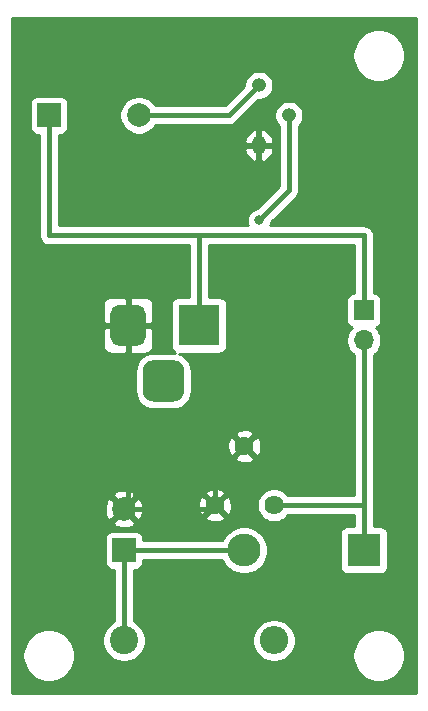
<source format=gbr>
%TF.GenerationSoftware,KiCad,Pcbnew,(5.1.9)-1*%
%TF.CreationDate,2021-02-15T18:03:07+09:00*%
%TF.ProjectId,test3_testProject,74657374-335f-4746-9573-7450726f6a65,rev?*%
%TF.SameCoordinates,Original*%
%TF.FileFunction,Copper,L2,Bot*%
%TF.FilePolarity,Positive*%
%FSLAX46Y46*%
G04 Gerber Fmt 4.6, Leading zero omitted, Abs format (unit mm)*
G04 Created by KiCad (PCBNEW (5.1.9)-1) date 2021-02-15 18:03:07*
%MOMM*%
%LPD*%
G01*
G04 APERTURE LIST*
%TA.AperFunction,ComponentPad*%
%ADD10R,2.000000X2.000000*%
%TD*%
%TA.AperFunction,ComponentPad*%
%ADD11C,2.000000*%
%TD*%
%TA.AperFunction,ComponentPad*%
%ADD12R,2.800000X2.800000*%
%TD*%
%TA.AperFunction,ComponentPad*%
%ADD13O,2.800000X2.800000*%
%TD*%
%TA.AperFunction,ComponentPad*%
%ADD14R,3.500000X3.500000*%
%TD*%
%TA.AperFunction,ComponentPad*%
%ADD15O,1.200000X1.600000*%
%TD*%
%TA.AperFunction,ComponentPad*%
%ADD16O,1.200000X1.200000*%
%TD*%
%TA.AperFunction,ComponentPad*%
%ADD17C,2.400000*%
%TD*%
%TA.AperFunction,ComponentPad*%
%ADD18O,2.400000X2.400000*%
%TD*%
%TA.AperFunction,ComponentPad*%
%ADD19C,1.620000*%
%TD*%
%TA.AperFunction,ComponentPad*%
%ADD20R,1.700000X1.700000*%
%TD*%
%TA.AperFunction,ComponentPad*%
%ADD21O,1.700000X1.700000*%
%TD*%
%TA.AperFunction,ViaPad*%
%ADD22C,0.800000*%
%TD*%
%TA.AperFunction,Conductor*%
%ADD23C,0.400000*%
%TD*%
%TA.AperFunction,Conductor*%
%ADD24C,0.254000*%
%TD*%
%TA.AperFunction,Conductor*%
%ADD25C,0.100000*%
%TD*%
G04 APERTURE END LIST*
D10*
%TO.P,BZ1,1*%
%TO.N,Net-(BZ1-Pad1)*%
X127000000Y-41910000D03*
D11*
%TO.P,BZ1,2*%
%TO.N,Net-(BZ1-Pad2)*%
X134600000Y-41910000D03*
%TD*%
D10*
%TO.P,C1,1*%
%TO.N,Net-(C1-Pad1)*%
X133350000Y-78740000D03*
D11*
%TO.P,C1,2*%
%TO.N,Net-(C1-Pad2)*%
X133350000Y-75240000D03*
%TD*%
D12*
%TO.P,D1,1*%
%TO.N,Net-(D1-Pad1)*%
X153670000Y-78740000D03*
D13*
%TO.P,D1,2*%
%TO.N,Net-(C1-Pad1)*%
X143510000Y-78740000D03*
%TD*%
D14*
%TO.P,J1,1*%
%TO.N,Net-(BZ1-Pad1)*%
X139700000Y-59690000D03*
%TO.P,J1,2*%
%TO.N,Net-(C1-Pad2)*%
%TA.AperFunction,ComponentPad*%
G36*
G01*
X132200000Y-60690000D02*
X132200000Y-58690000D01*
G75*
G02*
X132950000Y-57940000I750000J0D01*
G01*
X134450000Y-57940000D01*
G75*
G02*
X135200000Y-58690000I0J-750000D01*
G01*
X135200000Y-60690000D01*
G75*
G02*
X134450000Y-61440000I-750000J0D01*
G01*
X132950000Y-61440000D01*
G75*
G02*
X132200000Y-60690000I0J750000D01*
G01*
G37*
%TD.AperFunction*%
%TO.P,J1,3*%
%TO.N,Net-(J1-Pad3)*%
%TA.AperFunction,ComponentPad*%
G36*
G01*
X134950000Y-65265000D02*
X134950000Y-63515000D01*
G75*
G02*
X135825000Y-62640000I875000J0D01*
G01*
X137575000Y-62640000D01*
G75*
G02*
X138450000Y-63515000I0J-875000D01*
G01*
X138450000Y-65265000D01*
G75*
G02*
X137575000Y-66140000I-875000J0D01*
G01*
X135825000Y-66140000D01*
G75*
G02*
X134950000Y-65265000I0J875000D01*
G01*
G37*
%TD.AperFunction*%
%TD*%
D15*
%TO.P,Q1,1*%
%TO.N,Net-(C1-Pad2)*%
X144780000Y-44450000D03*
D16*
%TO.P,Q1,2*%
%TO.N,Net-(Q1-Pad2)*%
X147320000Y-41910000D03*
%TO.P,Q1,3*%
%TO.N,Net-(BZ1-Pad2)*%
X144780000Y-39370000D03*
%TD*%
D17*
%TO.P,R1,1*%
%TO.N,Net-(C1-Pad1)*%
X133350000Y-86360000D03*
D18*
%TO.P,R1,2*%
%TO.N,Net-(Q1-Pad2)*%
X146050000Y-86360000D03*
%TD*%
D19*
%TO.P,RV1,3*%
%TO.N,Net-(C1-Pad2)*%
X141050000Y-74930000D03*
%TO.P,RV1,2*%
X143550000Y-69930000D03*
%TO.P,RV1,1*%
%TO.N,Net-(D1-Pad1)*%
X146050000Y-74930000D03*
%TD*%
D20*
%TO.P,TH1,1*%
%TO.N,Net-(BZ1-Pad1)*%
X153670000Y-58420000D03*
D21*
%TO.P,TH1,2*%
%TO.N,Net-(D1-Pad1)*%
X153670000Y-60960000D03*
%TD*%
D22*
%TO.N,Net-(Q1-Pad2)*%
X144780000Y-50800000D03*
%TD*%
D23*
%TO.N,Net-(BZ1-Pad1)*%
X139700000Y-52070000D02*
X139700000Y-59690000D01*
X139700000Y-52070000D02*
X153670000Y-52070000D01*
X153670000Y-52070000D02*
X153670000Y-58420000D01*
X127000000Y-41910000D02*
X127000000Y-52070000D01*
X127000000Y-52070000D02*
X139700000Y-52070000D01*
%TO.N,Net-(BZ1-Pad2)*%
X142240000Y-41910000D02*
X144780000Y-39370000D01*
X134600000Y-41910000D02*
X142240000Y-41910000D01*
%TO.N,Net-(C1-Pad1)*%
X133350000Y-86360000D02*
X133350000Y-78740000D01*
X133350000Y-78740000D02*
X143510000Y-78740000D01*
%TO.N,Net-(C1-Pad2)*%
X133700000Y-74890000D02*
X133350000Y-75240000D01*
X133700000Y-59690000D02*
X133700000Y-74890000D01*
X140740000Y-75240000D02*
X141050000Y-74930000D01*
X133350000Y-75240000D02*
X140740000Y-75240000D01*
X141050000Y-72430000D02*
X143550000Y-69930000D01*
X141050000Y-74930000D02*
X141050000Y-72430000D01*
%TO.N,Net-(D1-Pad1)*%
X146050000Y-74930000D02*
X153670000Y-74930000D01*
X153670000Y-74930000D02*
X153670000Y-78740000D01*
X153670000Y-60960000D02*
X153670000Y-74930000D01*
%TO.N,Net-(Q1-Pad2)*%
X147320000Y-48260000D02*
X144780000Y-50800000D01*
X147320000Y-41910000D02*
X147320000Y-48260000D01*
%TD*%
D24*
%TO.N,Net-(C1-Pad2)*%
X158090001Y-90780000D02*
X123850000Y-90780000D01*
X123850000Y-87409872D01*
X124765000Y-87409872D01*
X124765000Y-87850128D01*
X124850890Y-88281925D01*
X125019369Y-88688669D01*
X125263962Y-89054729D01*
X125575271Y-89366038D01*
X125941331Y-89610631D01*
X126348075Y-89779110D01*
X126779872Y-89865000D01*
X127220128Y-89865000D01*
X127651925Y-89779110D01*
X128058669Y-89610631D01*
X128424729Y-89366038D01*
X128736038Y-89054729D01*
X128980631Y-88688669D01*
X129149110Y-88281925D01*
X129235000Y-87850128D01*
X129235000Y-87409872D01*
X129149110Y-86978075D01*
X128980631Y-86571331D01*
X128736038Y-86205271D01*
X128710035Y-86179268D01*
X131515000Y-86179268D01*
X131515000Y-86540732D01*
X131585518Y-86895250D01*
X131723844Y-87229199D01*
X131924662Y-87529744D01*
X132180256Y-87785338D01*
X132480801Y-87986156D01*
X132814750Y-88124482D01*
X133169268Y-88195000D01*
X133530732Y-88195000D01*
X133885250Y-88124482D01*
X134219199Y-87986156D01*
X134519744Y-87785338D01*
X134775338Y-87529744D01*
X134976156Y-87229199D01*
X135114482Y-86895250D01*
X135185000Y-86540732D01*
X135185000Y-86179268D01*
X144215000Y-86179268D01*
X144215000Y-86540732D01*
X144285518Y-86895250D01*
X144423844Y-87229199D01*
X144624662Y-87529744D01*
X144880256Y-87785338D01*
X145180801Y-87986156D01*
X145514750Y-88124482D01*
X145869268Y-88195000D01*
X146230732Y-88195000D01*
X146585250Y-88124482D01*
X146919199Y-87986156D01*
X147219744Y-87785338D01*
X147475338Y-87529744D01*
X147555434Y-87409872D01*
X152705000Y-87409872D01*
X152705000Y-87850128D01*
X152790890Y-88281925D01*
X152959369Y-88688669D01*
X153203962Y-89054729D01*
X153515271Y-89366038D01*
X153881331Y-89610631D01*
X154288075Y-89779110D01*
X154719872Y-89865000D01*
X155160128Y-89865000D01*
X155591925Y-89779110D01*
X155998669Y-89610631D01*
X156364729Y-89366038D01*
X156676038Y-89054729D01*
X156920631Y-88688669D01*
X157089110Y-88281925D01*
X157175000Y-87850128D01*
X157175000Y-87409872D01*
X157089110Y-86978075D01*
X156920631Y-86571331D01*
X156676038Y-86205271D01*
X156364729Y-85893962D01*
X155998669Y-85649369D01*
X155591925Y-85480890D01*
X155160128Y-85395000D01*
X154719872Y-85395000D01*
X154288075Y-85480890D01*
X153881331Y-85649369D01*
X153515271Y-85893962D01*
X153203962Y-86205271D01*
X152959369Y-86571331D01*
X152790890Y-86978075D01*
X152705000Y-87409872D01*
X147555434Y-87409872D01*
X147676156Y-87229199D01*
X147814482Y-86895250D01*
X147885000Y-86540732D01*
X147885000Y-86179268D01*
X147814482Y-85824750D01*
X147676156Y-85490801D01*
X147475338Y-85190256D01*
X147219744Y-84934662D01*
X146919199Y-84733844D01*
X146585250Y-84595518D01*
X146230732Y-84525000D01*
X145869268Y-84525000D01*
X145514750Y-84595518D01*
X145180801Y-84733844D01*
X144880256Y-84934662D01*
X144624662Y-85190256D01*
X144423844Y-85490801D01*
X144285518Y-85824750D01*
X144215000Y-86179268D01*
X135185000Y-86179268D01*
X135114482Y-85824750D01*
X134976156Y-85490801D01*
X134775338Y-85190256D01*
X134519744Y-84934662D01*
X134219199Y-84733844D01*
X134185000Y-84719678D01*
X134185000Y-80378072D01*
X134350000Y-80378072D01*
X134474482Y-80365812D01*
X134594180Y-80329502D01*
X134704494Y-80270537D01*
X134801185Y-80191185D01*
X134880537Y-80094494D01*
X134939502Y-79984180D01*
X134975812Y-79864482D01*
X134988072Y-79740000D01*
X134988072Y-79575000D01*
X141653201Y-79575000D01*
X141706607Y-79703934D01*
X141929313Y-80037237D01*
X142212763Y-80320687D01*
X142546066Y-80543393D01*
X142916413Y-80696796D01*
X143309570Y-80775000D01*
X143710430Y-80775000D01*
X144103587Y-80696796D01*
X144473934Y-80543393D01*
X144807237Y-80320687D01*
X145090687Y-80037237D01*
X145313393Y-79703934D01*
X145466796Y-79333587D01*
X145545000Y-78940430D01*
X145545000Y-78539570D01*
X145466796Y-78146413D01*
X145313393Y-77776066D01*
X145090687Y-77442763D01*
X144807237Y-77159313D01*
X144473934Y-76936607D01*
X144103587Y-76783204D01*
X143710430Y-76705000D01*
X143309570Y-76705000D01*
X142916413Y-76783204D01*
X142546066Y-76936607D01*
X142212763Y-77159313D01*
X141929313Y-77442763D01*
X141706607Y-77776066D01*
X141653201Y-77905000D01*
X134988072Y-77905000D01*
X134988072Y-77740000D01*
X134975812Y-77615518D01*
X134939502Y-77495820D01*
X134880537Y-77385506D01*
X134801185Y-77288815D01*
X134704494Y-77209463D01*
X134594180Y-77150498D01*
X134474482Y-77114188D01*
X134350000Y-77101928D01*
X132350000Y-77101928D01*
X132225518Y-77114188D01*
X132105820Y-77150498D01*
X131995506Y-77209463D01*
X131898815Y-77288815D01*
X131819463Y-77385506D01*
X131760498Y-77495820D01*
X131724188Y-77615518D01*
X131711928Y-77740000D01*
X131711928Y-79740000D01*
X131724188Y-79864482D01*
X131760498Y-79984180D01*
X131819463Y-80094494D01*
X131898815Y-80191185D01*
X131995506Y-80270537D01*
X132105820Y-80329502D01*
X132225518Y-80365812D01*
X132350000Y-80378072D01*
X132515001Y-80378072D01*
X132515000Y-84719678D01*
X132480801Y-84733844D01*
X132180256Y-84934662D01*
X131924662Y-85190256D01*
X131723844Y-85490801D01*
X131585518Y-85824750D01*
X131515000Y-86179268D01*
X128710035Y-86179268D01*
X128424729Y-85893962D01*
X128058669Y-85649369D01*
X127651925Y-85480890D01*
X127220128Y-85395000D01*
X126779872Y-85395000D01*
X126348075Y-85480890D01*
X125941331Y-85649369D01*
X125575271Y-85893962D01*
X125263962Y-86205271D01*
X125019369Y-86571331D01*
X124850890Y-86978075D01*
X124765000Y-87409872D01*
X123850000Y-87409872D01*
X123850000Y-76375413D01*
X132394192Y-76375413D01*
X132489956Y-76639814D01*
X132779571Y-76780704D01*
X133091108Y-76862384D01*
X133412595Y-76881718D01*
X133731675Y-76837961D01*
X134036088Y-76732795D01*
X134210044Y-76639814D01*
X134305808Y-76375413D01*
X133350000Y-75419605D01*
X132394192Y-76375413D01*
X123850000Y-76375413D01*
X123850000Y-75302595D01*
X131708282Y-75302595D01*
X131752039Y-75621675D01*
X131857205Y-75926088D01*
X131950186Y-76100044D01*
X132214587Y-76195808D01*
X133170395Y-75240000D01*
X133529605Y-75240000D01*
X134485413Y-76195808D01*
X134749814Y-76100044D01*
X134832612Y-75929843D01*
X140229762Y-75929843D01*
X140302556Y-76174832D01*
X140559773Y-76296733D01*
X140835829Y-76366110D01*
X141120115Y-76380298D01*
X141401706Y-76338752D01*
X141669783Y-76243068D01*
X141797444Y-76174832D01*
X141870238Y-75929843D01*
X141050000Y-75109605D01*
X140229762Y-75929843D01*
X134832612Y-75929843D01*
X134890704Y-75810429D01*
X134972384Y-75498892D01*
X134991718Y-75177405D01*
X134967406Y-75000115D01*
X139599702Y-75000115D01*
X139641248Y-75281706D01*
X139736932Y-75549783D01*
X139805168Y-75677444D01*
X140050157Y-75750238D01*
X140870395Y-74930000D01*
X141229605Y-74930000D01*
X142049843Y-75750238D01*
X142294832Y-75677444D01*
X142416733Y-75420227D01*
X142486110Y-75144171D01*
X142500298Y-74859885D01*
X142458752Y-74578294D01*
X142363068Y-74310217D01*
X142294832Y-74182556D01*
X142049843Y-74109762D01*
X141229605Y-74930000D01*
X140870395Y-74930000D01*
X140050157Y-74109762D01*
X139805168Y-74182556D01*
X139683267Y-74439773D01*
X139613890Y-74715829D01*
X139599702Y-75000115D01*
X134967406Y-75000115D01*
X134947961Y-74858325D01*
X134842795Y-74553912D01*
X134749814Y-74379956D01*
X134485413Y-74284192D01*
X133529605Y-75240000D01*
X133170395Y-75240000D01*
X132214587Y-74284192D01*
X131950186Y-74379956D01*
X131809296Y-74669571D01*
X131727616Y-74981108D01*
X131708282Y-75302595D01*
X123850000Y-75302595D01*
X123850000Y-74104587D01*
X132394192Y-74104587D01*
X133350000Y-75060395D01*
X134305808Y-74104587D01*
X134242631Y-73930157D01*
X140229762Y-73930157D01*
X141050000Y-74750395D01*
X141870238Y-73930157D01*
X141797444Y-73685168D01*
X141540227Y-73563267D01*
X141264171Y-73493890D01*
X140979885Y-73479702D01*
X140698294Y-73521248D01*
X140430217Y-73616932D01*
X140302556Y-73685168D01*
X140229762Y-73930157D01*
X134242631Y-73930157D01*
X134210044Y-73840186D01*
X133920429Y-73699296D01*
X133608892Y-73617616D01*
X133287405Y-73598282D01*
X132968325Y-73642039D01*
X132663912Y-73747205D01*
X132489956Y-73840186D01*
X132394192Y-74104587D01*
X123850000Y-74104587D01*
X123850000Y-70929843D01*
X142729762Y-70929843D01*
X142802556Y-71174832D01*
X143059773Y-71296733D01*
X143335829Y-71366110D01*
X143620115Y-71380298D01*
X143901706Y-71338752D01*
X144169783Y-71243068D01*
X144297444Y-71174832D01*
X144370238Y-70929843D01*
X143550000Y-70109605D01*
X142729762Y-70929843D01*
X123850000Y-70929843D01*
X123850000Y-70000115D01*
X142099702Y-70000115D01*
X142141248Y-70281706D01*
X142236932Y-70549783D01*
X142305168Y-70677444D01*
X142550157Y-70750238D01*
X143370395Y-69930000D01*
X143729605Y-69930000D01*
X144549843Y-70750238D01*
X144794832Y-70677444D01*
X144916733Y-70420227D01*
X144986110Y-70144171D01*
X145000298Y-69859885D01*
X144958752Y-69578294D01*
X144863068Y-69310217D01*
X144794832Y-69182556D01*
X144549843Y-69109762D01*
X143729605Y-69930000D01*
X143370395Y-69930000D01*
X142550157Y-69109762D01*
X142305168Y-69182556D01*
X142183267Y-69439773D01*
X142113890Y-69715829D01*
X142099702Y-70000115D01*
X123850000Y-70000115D01*
X123850000Y-68930157D01*
X142729762Y-68930157D01*
X143550000Y-69750395D01*
X144370238Y-68930157D01*
X144297444Y-68685168D01*
X144040227Y-68563267D01*
X143764171Y-68493890D01*
X143479885Y-68479702D01*
X143198294Y-68521248D01*
X142930217Y-68616932D01*
X142802556Y-68685168D01*
X142729762Y-68930157D01*
X123850000Y-68930157D01*
X123850000Y-61440000D01*
X131561928Y-61440000D01*
X131574188Y-61564482D01*
X131610498Y-61684180D01*
X131669463Y-61794494D01*
X131748815Y-61891185D01*
X131845506Y-61970537D01*
X131955820Y-62029502D01*
X132075518Y-62065812D01*
X132200000Y-62078072D01*
X133414250Y-62075000D01*
X133573000Y-61916250D01*
X133573000Y-59817000D01*
X133827000Y-59817000D01*
X133827000Y-61916250D01*
X133985750Y-62075000D01*
X135200000Y-62078072D01*
X135324482Y-62065812D01*
X135444180Y-62029502D01*
X135554494Y-61970537D01*
X135651185Y-61891185D01*
X135730537Y-61794494D01*
X135789502Y-61684180D01*
X135825812Y-61564482D01*
X135838072Y-61440000D01*
X135835000Y-59975750D01*
X135676250Y-59817000D01*
X133827000Y-59817000D01*
X133573000Y-59817000D01*
X131723750Y-59817000D01*
X131565000Y-59975750D01*
X131561928Y-61440000D01*
X123850000Y-61440000D01*
X123850000Y-57940000D01*
X131561928Y-57940000D01*
X131565000Y-59404250D01*
X131723750Y-59563000D01*
X133573000Y-59563000D01*
X133573000Y-57463750D01*
X133827000Y-57463750D01*
X133827000Y-59563000D01*
X135676250Y-59563000D01*
X135835000Y-59404250D01*
X135838072Y-57940000D01*
X135825812Y-57815518D01*
X135789502Y-57695820D01*
X135730537Y-57585506D01*
X135651185Y-57488815D01*
X135554494Y-57409463D01*
X135444180Y-57350498D01*
X135324482Y-57314188D01*
X135200000Y-57301928D01*
X133985750Y-57305000D01*
X133827000Y-57463750D01*
X133573000Y-57463750D01*
X133414250Y-57305000D01*
X132200000Y-57301928D01*
X132075518Y-57314188D01*
X131955820Y-57350498D01*
X131845506Y-57409463D01*
X131748815Y-57488815D01*
X131669463Y-57585506D01*
X131610498Y-57695820D01*
X131574188Y-57815518D01*
X131561928Y-57940000D01*
X123850000Y-57940000D01*
X123850000Y-40910000D01*
X125361928Y-40910000D01*
X125361928Y-42910000D01*
X125374188Y-43034482D01*
X125410498Y-43154180D01*
X125469463Y-43264494D01*
X125548815Y-43361185D01*
X125645506Y-43440537D01*
X125755820Y-43499502D01*
X125875518Y-43535812D01*
X126000000Y-43548072D01*
X126165000Y-43548072D01*
X126165001Y-52028971D01*
X126160960Y-52070000D01*
X126177082Y-52233689D01*
X126224828Y-52391087D01*
X126302364Y-52536146D01*
X126406709Y-52663291D01*
X126533854Y-52767636D01*
X126678913Y-52845172D01*
X126836311Y-52892918D01*
X126958981Y-52905000D01*
X126958982Y-52905000D01*
X127000000Y-52909040D01*
X127041019Y-52905000D01*
X138865000Y-52905000D01*
X138865001Y-57301928D01*
X137950000Y-57301928D01*
X137825518Y-57314188D01*
X137705820Y-57350498D01*
X137595506Y-57409463D01*
X137498815Y-57488815D01*
X137419463Y-57585506D01*
X137360498Y-57695820D01*
X137324188Y-57815518D01*
X137311928Y-57940000D01*
X137311928Y-61440000D01*
X137324188Y-61564482D01*
X137360498Y-61684180D01*
X137419463Y-61794494D01*
X137498815Y-61891185D01*
X137595506Y-61970537D01*
X137672131Y-62011494D01*
X137575000Y-62001928D01*
X135825000Y-62001928D01*
X135529814Y-62031001D01*
X135245972Y-62117104D01*
X134984382Y-62256927D01*
X134755097Y-62445097D01*
X134566927Y-62674382D01*
X134427104Y-62935972D01*
X134341001Y-63219814D01*
X134311928Y-63515000D01*
X134311928Y-65265000D01*
X134341001Y-65560186D01*
X134427104Y-65844028D01*
X134566927Y-66105618D01*
X134755097Y-66334903D01*
X134984382Y-66523073D01*
X135245972Y-66662896D01*
X135529814Y-66748999D01*
X135825000Y-66778072D01*
X137575000Y-66778072D01*
X137870186Y-66748999D01*
X138154028Y-66662896D01*
X138415618Y-66523073D01*
X138644903Y-66334903D01*
X138833073Y-66105618D01*
X138972896Y-65844028D01*
X139058999Y-65560186D01*
X139088072Y-65265000D01*
X139088072Y-63515000D01*
X139058999Y-63219814D01*
X138972896Y-62935972D01*
X138833073Y-62674382D01*
X138644903Y-62445097D01*
X138415618Y-62256927D01*
X138154028Y-62117104D01*
X138025357Y-62078072D01*
X141450000Y-62078072D01*
X141574482Y-62065812D01*
X141694180Y-62029502D01*
X141804494Y-61970537D01*
X141901185Y-61891185D01*
X141980537Y-61794494D01*
X142039502Y-61684180D01*
X142075812Y-61564482D01*
X142088072Y-61440000D01*
X142088072Y-57940000D01*
X142075812Y-57815518D01*
X142039502Y-57695820D01*
X141980537Y-57585506D01*
X141901185Y-57488815D01*
X141804494Y-57409463D01*
X141694180Y-57350498D01*
X141574482Y-57314188D01*
X141450000Y-57301928D01*
X140535000Y-57301928D01*
X140535000Y-52905000D01*
X152835000Y-52905000D01*
X152835001Y-56931928D01*
X152820000Y-56931928D01*
X152695518Y-56944188D01*
X152575820Y-56980498D01*
X152465506Y-57039463D01*
X152368815Y-57118815D01*
X152289463Y-57215506D01*
X152230498Y-57325820D01*
X152194188Y-57445518D01*
X152181928Y-57570000D01*
X152181928Y-59270000D01*
X152194188Y-59394482D01*
X152230498Y-59514180D01*
X152289463Y-59624494D01*
X152368815Y-59721185D01*
X152465506Y-59800537D01*
X152575820Y-59859502D01*
X152648380Y-59881513D01*
X152516525Y-60013368D01*
X152354010Y-60256589D01*
X152242068Y-60526842D01*
X152185000Y-60813740D01*
X152185000Y-61106260D01*
X152242068Y-61393158D01*
X152354010Y-61663411D01*
X152516525Y-61906632D01*
X152723368Y-62113475D01*
X152835000Y-62188065D01*
X152835001Y-74095000D01*
X147229958Y-74095000D01*
X147172405Y-74008866D01*
X146971134Y-73807595D01*
X146734464Y-73649457D01*
X146471491Y-73540530D01*
X146192320Y-73485000D01*
X145907680Y-73485000D01*
X145628509Y-73540530D01*
X145365536Y-73649457D01*
X145128866Y-73807595D01*
X144927595Y-74008866D01*
X144769457Y-74245536D01*
X144660530Y-74508509D01*
X144605000Y-74787680D01*
X144605000Y-75072320D01*
X144660530Y-75351491D01*
X144769457Y-75614464D01*
X144927595Y-75851134D01*
X145128866Y-76052405D01*
X145365536Y-76210543D01*
X145628509Y-76319470D01*
X145907680Y-76375000D01*
X146192320Y-76375000D01*
X146471491Y-76319470D01*
X146734464Y-76210543D01*
X146971134Y-76052405D01*
X147172405Y-75851134D01*
X147229958Y-75765000D01*
X152835000Y-75765000D01*
X152835000Y-76701928D01*
X152270000Y-76701928D01*
X152145518Y-76714188D01*
X152025820Y-76750498D01*
X151915506Y-76809463D01*
X151818815Y-76888815D01*
X151739463Y-76985506D01*
X151680498Y-77095820D01*
X151644188Y-77215518D01*
X151631928Y-77340000D01*
X151631928Y-80140000D01*
X151644188Y-80264482D01*
X151680498Y-80384180D01*
X151739463Y-80494494D01*
X151818815Y-80591185D01*
X151915506Y-80670537D01*
X152025820Y-80729502D01*
X152145518Y-80765812D01*
X152270000Y-80778072D01*
X155070000Y-80778072D01*
X155194482Y-80765812D01*
X155314180Y-80729502D01*
X155424494Y-80670537D01*
X155521185Y-80591185D01*
X155600537Y-80494494D01*
X155659502Y-80384180D01*
X155695812Y-80264482D01*
X155708072Y-80140000D01*
X155708072Y-77340000D01*
X155695812Y-77215518D01*
X155659502Y-77095820D01*
X155600537Y-76985506D01*
X155521185Y-76888815D01*
X155424494Y-76809463D01*
X155314180Y-76750498D01*
X155194482Y-76714188D01*
X155070000Y-76701928D01*
X154505000Y-76701928D01*
X154505000Y-74971019D01*
X154509040Y-74930000D01*
X154505000Y-74888981D01*
X154505000Y-62188065D01*
X154616632Y-62113475D01*
X154823475Y-61906632D01*
X154985990Y-61663411D01*
X155097932Y-61393158D01*
X155155000Y-61106260D01*
X155155000Y-60813740D01*
X155097932Y-60526842D01*
X154985990Y-60256589D01*
X154823475Y-60013368D01*
X154691620Y-59881513D01*
X154764180Y-59859502D01*
X154874494Y-59800537D01*
X154971185Y-59721185D01*
X155050537Y-59624494D01*
X155109502Y-59514180D01*
X155145812Y-59394482D01*
X155158072Y-59270000D01*
X155158072Y-57570000D01*
X155145812Y-57445518D01*
X155109502Y-57325820D01*
X155050537Y-57215506D01*
X154971185Y-57118815D01*
X154874494Y-57039463D01*
X154764180Y-56980498D01*
X154644482Y-56944188D01*
X154520000Y-56931928D01*
X154505000Y-56931928D01*
X154505000Y-52111019D01*
X154509040Y-52070000D01*
X154492918Y-51906311D01*
X154445172Y-51748913D01*
X154367636Y-51603854D01*
X154263291Y-51476709D01*
X154136146Y-51372364D01*
X153991087Y-51294828D01*
X153833689Y-51247082D01*
X153711019Y-51235000D01*
X153711018Y-51235000D01*
X153670000Y-51230960D01*
X153628981Y-51235000D01*
X145720093Y-51235000D01*
X145775226Y-51101898D01*
X145804093Y-50956775D01*
X147881427Y-48879441D01*
X147913291Y-48853291D01*
X148017636Y-48726146D01*
X148095172Y-48581087D01*
X148142918Y-48423689D01*
X148155000Y-48301019D01*
X148155000Y-48301009D01*
X148159039Y-48260001D01*
X148155000Y-48218993D01*
X148155000Y-42821554D01*
X148279287Y-42697267D01*
X148414443Y-42494992D01*
X148507540Y-42270236D01*
X148555000Y-42031637D01*
X148555000Y-41788363D01*
X148507540Y-41549764D01*
X148414443Y-41325008D01*
X148279287Y-41122733D01*
X148107267Y-40950713D01*
X147904992Y-40815557D01*
X147680236Y-40722460D01*
X147441637Y-40675000D01*
X147198363Y-40675000D01*
X146959764Y-40722460D01*
X146735008Y-40815557D01*
X146532733Y-40950713D01*
X146360713Y-41122733D01*
X146225557Y-41325008D01*
X146132460Y-41549764D01*
X146085000Y-41788363D01*
X146085000Y-42031637D01*
X146132460Y-42270236D01*
X146225557Y-42494992D01*
X146360713Y-42697267D01*
X146485000Y-42821554D01*
X146485001Y-47914131D01*
X144623225Y-49775907D01*
X144478102Y-49804774D01*
X144289744Y-49882795D01*
X144120226Y-49996063D01*
X143976063Y-50140226D01*
X143862795Y-50309744D01*
X143784774Y-50498102D01*
X143745000Y-50698061D01*
X143745000Y-50901939D01*
X143784774Y-51101898D01*
X143839907Y-51235000D01*
X139741018Y-51235000D01*
X139700000Y-51230960D01*
X139658981Y-51235000D01*
X127835000Y-51235000D01*
X127835000Y-44771681D01*
X143545087Y-44771681D01*
X143592554Y-45010263D01*
X143685654Y-45235000D01*
X143820809Y-45437256D01*
X143992826Y-45609258D01*
X144195093Y-45744396D01*
X144419838Y-45837477D01*
X144462391Y-45843462D01*
X144653000Y-45718731D01*
X144653000Y-44577000D01*
X144907000Y-44577000D01*
X144907000Y-45718731D01*
X145097609Y-45843462D01*
X145140162Y-45837477D01*
X145364907Y-45744396D01*
X145567174Y-45609258D01*
X145739191Y-45437256D01*
X145874346Y-45235000D01*
X145967446Y-45010263D01*
X146014913Y-44771681D01*
X145859994Y-44577000D01*
X144907000Y-44577000D01*
X144653000Y-44577000D01*
X143700006Y-44577000D01*
X143545087Y-44771681D01*
X127835000Y-44771681D01*
X127835000Y-44128319D01*
X143545087Y-44128319D01*
X143700006Y-44323000D01*
X144653000Y-44323000D01*
X144653000Y-43181269D01*
X144907000Y-43181269D01*
X144907000Y-44323000D01*
X145859994Y-44323000D01*
X146014913Y-44128319D01*
X145967446Y-43889737D01*
X145874346Y-43665000D01*
X145739191Y-43462744D01*
X145567174Y-43290742D01*
X145364907Y-43155604D01*
X145140162Y-43062523D01*
X145097609Y-43056538D01*
X144907000Y-43181269D01*
X144653000Y-43181269D01*
X144462391Y-43056538D01*
X144419838Y-43062523D01*
X144195093Y-43155604D01*
X143992826Y-43290742D01*
X143820809Y-43462744D01*
X143685654Y-43665000D01*
X143592554Y-43889737D01*
X143545087Y-44128319D01*
X127835000Y-44128319D01*
X127835000Y-43548072D01*
X128000000Y-43548072D01*
X128124482Y-43535812D01*
X128244180Y-43499502D01*
X128354494Y-43440537D01*
X128451185Y-43361185D01*
X128530537Y-43264494D01*
X128589502Y-43154180D01*
X128625812Y-43034482D01*
X128638072Y-42910000D01*
X128638072Y-41748967D01*
X132965000Y-41748967D01*
X132965000Y-42071033D01*
X133027832Y-42386912D01*
X133151082Y-42684463D01*
X133330013Y-42952252D01*
X133557748Y-43179987D01*
X133825537Y-43358918D01*
X134123088Y-43482168D01*
X134438967Y-43545000D01*
X134761033Y-43545000D01*
X135076912Y-43482168D01*
X135374463Y-43358918D01*
X135642252Y-43179987D01*
X135869987Y-42952252D01*
X136008468Y-42745000D01*
X142198982Y-42745000D01*
X142240000Y-42749040D01*
X142281018Y-42745000D01*
X142281019Y-42745000D01*
X142403689Y-42732918D01*
X142561087Y-42685172D01*
X142706146Y-42607636D01*
X142833291Y-42503291D01*
X142859446Y-42471421D01*
X144725868Y-40605000D01*
X144901637Y-40605000D01*
X145140236Y-40557540D01*
X145364992Y-40464443D01*
X145567267Y-40329287D01*
X145739287Y-40157267D01*
X145874443Y-39954992D01*
X145967540Y-39730236D01*
X146015000Y-39491637D01*
X146015000Y-39248363D01*
X145967540Y-39009764D01*
X145874443Y-38785008D01*
X145739287Y-38582733D01*
X145567267Y-38410713D01*
X145364992Y-38275557D01*
X145140236Y-38182460D01*
X144901637Y-38135000D01*
X144658363Y-38135000D01*
X144419764Y-38182460D01*
X144195008Y-38275557D01*
X143992733Y-38410713D01*
X143820713Y-38582733D01*
X143685557Y-38785008D01*
X143592460Y-39009764D01*
X143545000Y-39248363D01*
X143545000Y-39424132D01*
X141894133Y-41075000D01*
X136008468Y-41075000D01*
X135869987Y-40867748D01*
X135642252Y-40640013D01*
X135374463Y-40461082D01*
X135076912Y-40337832D01*
X134761033Y-40275000D01*
X134438967Y-40275000D01*
X134123088Y-40337832D01*
X133825537Y-40461082D01*
X133557748Y-40640013D01*
X133330013Y-40867748D01*
X133151082Y-41135537D01*
X133027832Y-41433088D01*
X132965000Y-41748967D01*
X128638072Y-41748967D01*
X128638072Y-40910000D01*
X128625812Y-40785518D01*
X128589502Y-40665820D01*
X128530537Y-40555506D01*
X128451185Y-40458815D01*
X128354494Y-40379463D01*
X128244180Y-40320498D01*
X128124482Y-40284188D01*
X128000000Y-40271928D01*
X126000000Y-40271928D01*
X125875518Y-40284188D01*
X125755820Y-40320498D01*
X125645506Y-40379463D01*
X125548815Y-40458815D01*
X125469463Y-40555506D01*
X125410498Y-40665820D01*
X125374188Y-40785518D01*
X125361928Y-40910000D01*
X123850000Y-40910000D01*
X123850000Y-36609872D01*
X152705000Y-36609872D01*
X152705000Y-37050128D01*
X152790890Y-37481925D01*
X152959369Y-37888669D01*
X153203962Y-38254729D01*
X153515271Y-38566038D01*
X153881331Y-38810631D01*
X154288075Y-38979110D01*
X154719872Y-39065000D01*
X155160128Y-39065000D01*
X155591925Y-38979110D01*
X155998669Y-38810631D01*
X156364729Y-38566038D01*
X156676038Y-38254729D01*
X156920631Y-37888669D01*
X157089110Y-37481925D01*
X157175000Y-37050128D01*
X157175000Y-36609872D01*
X157089110Y-36178075D01*
X156920631Y-35771331D01*
X156676038Y-35405271D01*
X156364729Y-35093962D01*
X155998669Y-34849369D01*
X155591925Y-34680890D01*
X155160128Y-34595000D01*
X154719872Y-34595000D01*
X154288075Y-34680890D01*
X153881331Y-34849369D01*
X153515271Y-35093962D01*
X153203962Y-35405271D01*
X152959369Y-35771331D01*
X152790890Y-36178075D01*
X152705000Y-36609872D01*
X123850000Y-36609872D01*
X123850000Y-33680000D01*
X158090000Y-33680000D01*
X158090001Y-90780000D01*
%TA.AperFunction,Conductor*%
D25*
G36*
X158090001Y-90780000D02*
G01*
X123850000Y-90780000D01*
X123850000Y-87409872D01*
X124765000Y-87409872D01*
X124765000Y-87850128D01*
X124850890Y-88281925D01*
X125019369Y-88688669D01*
X125263962Y-89054729D01*
X125575271Y-89366038D01*
X125941331Y-89610631D01*
X126348075Y-89779110D01*
X126779872Y-89865000D01*
X127220128Y-89865000D01*
X127651925Y-89779110D01*
X128058669Y-89610631D01*
X128424729Y-89366038D01*
X128736038Y-89054729D01*
X128980631Y-88688669D01*
X129149110Y-88281925D01*
X129235000Y-87850128D01*
X129235000Y-87409872D01*
X129149110Y-86978075D01*
X128980631Y-86571331D01*
X128736038Y-86205271D01*
X128710035Y-86179268D01*
X131515000Y-86179268D01*
X131515000Y-86540732D01*
X131585518Y-86895250D01*
X131723844Y-87229199D01*
X131924662Y-87529744D01*
X132180256Y-87785338D01*
X132480801Y-87986156D01*
X132814750Y-88124482D01*
X133169268Y-88195000D01*
X133530732Y-88195000D01*
X133885250Y-88124482D01*
X134219199Y-87986156D01*
X134519744Y-87785338D01*
X134775338Y-87529744D01*
X134976156Y-87229199D01*
X135114482Y-86895250D01*
X135185000Y-86540732D01*
X135185000Y-86179268D01*
X144215000Y-86179268D01*
X144215000Y-86540732D01*
X144285518Y-86895250D01*
X144423844Y-87229199D01*
X144624662Y-87529744D01*
X144880256Y-87785338D01*
X145180801Y-87986156D01*
X145514750Y-88124482D01*
X145869268Y-88195000D01*
X146230732Y-88195000D01*
X146585250Y-88124482D01*
X146919199Y-87986156D01*
X147219744Y-87785338D01*
X147475338Y-87529744D01*
X147555434Y-87409872D01*
X152705000Y-87409872D01*
X152705000Y-87850128D01*
X152790890Y-88281925D01*
X152959369Y-88688669D01*
X153203962Y-89054729D01*
X153515271Y-89366038D01*
X153881331Y-89610631D01*
X154288075Y-89779110D01*
X154719872Y-89865000D01*
X155160128Y-89865000D01*
X155591925Y-89779110D01*
X155998669Y-89610631D01*
X156364729Y-89366038D01*
X156676038Y-89054729D01*
X156920631Y-88688669D01*
X157089110Y-88281925D01*
X157175000Y-87850128D01*
X157175000Y-87409872D01*
X157089110Y-86978075D01*
X156920631Y-86571331D01*
X156676038Y-86205271D01*
X156364729Y-85893962D01*
X155998669Y-85649369D01*
X155591925Y-85480890D01*
X155160128Y-85395000D01*
X154719872Y-85395000D01*
X154288075Y-85480890D01*
X153881331Y-85649369D01*
X153515271Y-85893962D01*
X153203962Y-86205271D01*
X152959369Y-86571331D01*
X152790890Y-86978075D01*
X152705000Y-87409872D01*
X147555434Y-87409872D01*
X147676156Y-87229199D01*
X147814482Y-86895250D01*
X147885000Y-86540732D01*
X147885000Y-86179268D01*
X147814482Y-85824750D01*
X147676156Y-85490801D01*
X147475338Y-85190256D01*
X147219744Y-84934662D01*
X146919199Y-84733844D01*
X146585250Y-84595518D01*
X146230732Y-84525000D01*
X145869268Y-84525000D01*
X145514750Y-84595518D01*
X145180801Y-84733844D01*
X144880256Y-84934662D01*
X144624662Y-85190256D01*
X144423844Y-85490801D01*
X144285518Y-85824750D01*
X144215000Y-86179268D01*
X135185000Y-86179268D01*
X135114482Y-85824750D01*
X134976156Y-85490801D01*
X134775338Y-85190256D01*
X134519744Y-84934662D01*
X134219199Y-84733844D01*
X134185000Y-84719678D01*
X134185000Y-80378072D01*
X134350000Y-80378072D01*
X134474482Y-80365812D01*
X134594180Y-80329502D01*
X134704494Y-80270537D01*
X134801185Y-80191185D01*
X134880537Y-80094494D01*
X134939502Y-79984180D01*
X134975812Y-79864482D01*
X134988072Y-79740000D01*
X134988072Y-79575000D01*
X141653201Y-79575000D01*
X141706607Y-79703934D01*
X141929313Y-80037237D01*
X142212763Y-80320687D01*
X142546066Y-80543393D01*
X142916413Y-80696796D01*
X143309570Y-80775000D01*
X143710430Y-80775000D01*
X144103587Y-80696796D01*
X144473934Y-80543393D01*
X144807237Y-80320687D01*
X145090687Y-80037237D01*
X145313393Y-79703934D01*
X145466796Y-79333587D01*
X145545000Y-78940430D01*
X145545000Y-78539570D01*
X145466796Y-78146413D01*
X145313393Y-77776066D01*
X145090687Y-77442763D01*
X144807237Y-77159313D01*
X144473934Y-76936607D01*
X144103587Y-76783204D01*
X143710430Y-76705000D01*
X143309570Y-76705000D01*
X142916413Y-76783204D01*
X142546066Y-76936607D01*
X142212763Y-77159313D01*
X141929313Y-77442763D01*
X141706607Y-77776066D01*
X141653201Y-77905000D01*
X134988072Y-77905000D01*
X134988072Y-77740000D01*
X134975812Y-77615518D01*
X134939502Y-77495820D01*
X134880537Y-77385506D01*
X134801185Y-77288815D01*
X134704494Y-77209463D01*
X134594180Y-77150498D01*
X134474482Y-77114188D01*
X134350000Y-77101928D01*
X132350000Y-77101928D01*
X132225518Y-77114188D01*
X132105820Y-77150498D01*
X131995506Y-77209463D01*
X131898815Y-77288815D01*
X131819463Y-77385506D01*
X131760498Y-77495820D01*
X131724188Y-77615518D01*
X131711928Y-77740000D01*
X131711928Y-79740000D01*
X131724188Y-79864482D01*
X131760498Y-79984180D01*
X131819463Y-80094494D01*
X131898815Y-80191185D01*
X131995506Y-80270537D01*
X132105820Y-80329502D01*
X132225518Y-80365812D01*
X132350000Y-80378072D01*
X132515001Y-80378072D01*
X132515000Y-84719678D01*
X132480801Y-84733844D01*
X132180256Y-84934662D01*
X131924662Y-85190256D01*
X131723844Y-85490801D01*
X131585518Y-85824750D01*
X131515000Y-86179268D01*
X128710035Y-86179268D01*
X128424729Y-85893962D01*
X128058669Y-85649369D01*
X127651925Y-85480890D01*
X127220128Y-85395000D01*
X126779872Y-85395000D01*
X126348075Y-85480890D01*
X125941331Y-85649369D01*
X125575271Y-85893962D01*
X125263962Y-86205271D01*
X125019369Y-86571331D01*
X124850890Y-86978075D01*
X124765000Y-87409872D01*
X123850000Y-87409872D01*
X123850000Y-76375413D01*
X132394192Y-76375413D01*
X132489956Y-76639814D01*
X132779571Y-76780704D01*
X133091108Y-76862384D01*
X133412595Y-76881718D01*
X133731675Y-76837961D01*
X134036088Y-76732795D01*
X134210044Y-76639814D01*
X134305808Y-76375413D01*
X133350000Y-75419605D01*
X132394192Y-76375413D01*
X123850000Y-76375413D01*
X123850000Y-75302595D01*
X131708282Y-75302595D01*
X131752039Y-75621675D01*
X131857205Y-75926088D01*
X131950186Y-76100044D01*
X132214587Y-76195808D01*
X133170395Y-75240000D01*
X133529605Y-75240000D01*
X134485413Y-76195808D01*
X134749814Y-76100044D01*
X134832612Y-75929843D01*
X140229762Y-75929843D01*
X140302556Y-76174832D01*
X140559773Y-76296733D01*
X140835829Y-76366110D01*
X141120115Y-76380298D01*
X141401706Y-76338752D01*
X141669783Y-76243068D01*
X141797444Y-76174832D01*
X141870238Y-75929843D01*
X141050000Y-75109605D01*
X140229762Y-75929843D01*
X134832612Y-75929843D01*
X134890704Y-75810429D01*
X134972384Y-75498892D01*
X134991718Y-75177405D01*
X134967406Y-75000115D01*
X139599702Y-75000115D01*
X139641248Y-75281706D01*
X139736932Y-75549783D01*
X139805168Y-75677444D01*
X140050157Y-75750238D01*
X140870395Y-74930000D01*
X141229605Y-74930000D01*
X142049843Y-75750238D01*
X142294832Y-75677444D01*
X142416733Y-75420227D01*
X142486110Y-75144171D01*
X142500298Y-74859885D01*
X142458752Y-74578294D01*
X142363068Y-74310217D01*
X142294832Y-74182556D01*
X142049843Y-74109762D01*
X141229605Y-74930000D01*
X140870395Y-74930000D01*
X140050157Y-74109762D01*
X139805168Y-74182556D01*
X139683267Y-74439773D01*
X139613890Y-74715829D01*
X139599702Y-75000115D01*
X134967406Y-75000115D01*
X134947961Y-74858325D01*
X134842795Y-74553912D01*
X134749814Y-74379956D01*
X134485413Y-74284192D01*
X133529605Y-75240000D01*
X133170395Y-75240000D01*
X132214587Y-74284192D01*
X131950186Y-74379956D01*
X131809296Y-74669571D01*
X131727616Y-74981108D01*
X131708282Y-75302595D01*
X123850000Y-75302595D01*
X123850000Y-74104587D01*
X132394192Y-74104587D01*
X133350000Y-75060395D01*
X134305808Y-74104587D01*
X134242631Y-73930157D01*
X140229762Y-73930157D01*
X141050000Y-74750395D01*
X141870238Y-73930157D01*
X141797444Y-73685168D01*
X141540227Y-73563267D01*
X141264171Y-73493890D01*
X140979885Y-73479702D01*
X140698294Y-73521248D01*
X140430217Y-73616932D01*
X140302556Y-73685168D01*
X140229762Y-73930157D01*
X134242631Y-73930157D01*
X134210044Y-73840186D01*
X133920429Y-73699296D01*
X133608892Y-73617616D01*
X133287405Y-73598282D01*
X132968325Y-73642039D01*
X132663912Y-73747205D01*
X132489956Y-73840186D01*
X132394192Y-74104587D01*
X123850000Y-74104587D01*
X123850000Y-70929843D01*
X142729762Y-70929843D01*
X142802556Y-71174832D01*
X143059773Y-71296733D01*
X143335829Y-71366110D01*
X143620115Y-71380298D01*
X143901706Y-71338752D01*
X144169783Y-71243068D01*
X144297444Y-71174832D01*
X144370238Y-70929843D01*
X143550000Y-70109605D01*
X142729762Y-70929843D01*
X123850000Y-70929843D01*
X123850000Y-70000115D01*
X142099702Y-70000115D01*
X142141248Y-70281706D01*
X142236932Y-70549783D01*
X142305168Y-70677444D01*
X142550157Y-70750238D01*
X143370395Y-69930000D01*
X143729605Y-69930000D01*
X144549843Y-70750238D01*
X144794832Y-70677444D01*
X144916733Y-70420227D01*
X144986110Y-70144171D01*
X145000298Y-69859885D01*
X144958752Y-69578294D01*
X144863068Y-69310217D01*
X144794832Y-69182556D01*
X144549843Y-69109762D01*
X143729605Y-69930000D01*
X143370395Y-69930000D01*
X142550157Y-69109762D01*
X142305168Y-69182556D01*
X142183267Y-69439773D01*
X142113890Y-69715829D01*
X142099702Y-70000115D01*
X123850000Y-70000115D01*
X123850000Y-68930157D01*
X142729762Y-68930157D01*
X143550000Y-69750395D01*
X144370238Y-68930157D01*
X144297444Y-68685168D01*
X144040227Y-68563267D01*
X143764171Y-68493890D01*
X143479885Y-68479702D01*
X143198294Y-68521248D01*
X142930217Y-68616932D01*
X142802556Y-68685168D01*
X142729762Y-68930157D01*
X123850000Y-68930157D01*
X123850000Y-61440000D01*
X131561928Y-61440000D01*
X131574188Y-61564482D01*
X131610498Y-61684180D01*
X131669463Y-61794494D01*
X131748815Y-61891185D01*
X131845506Y-61970537D01*
X131955820Y-62029502D01*
X132075518Y-62065812D01*
X132200000Y-62078072D01*
X133414250Y-62075000D01*
X133573000Y-61916250D01*
X133573000Y-59817000D01*
X133827000Y-59817000D01*
X133827000Y-61916250D01*
X133985750Y-62075000D01*
X135200000Y-62078072D01*
X135324482Y-62065812D01*
X135444180Y-62029502D01*
X135554494Y-61970537D01*
X135651185Y-61891185D01*
X135730537Y-61794494D01*
X135789502Y-61684180D01*
X135825812Y-61564482D01*
X135838072Y-61440000D01*
X135835000Y-59975750D01*
X135676250Y-59817000D01*
X133827000Y-59817000D01*
X133573000Y-59817000D01*
X131723750Y-59817000D01*
X131565000Y-59975750D01*
X131561928Y-61440000D01*
X123850000Y-61440000D01*
X123850000Y-57940000D01*
X131561928Y-57940000D01*
X131565000Y-59404250D01*
X131723750Y-59563000D01*
X133573000Y-59563000D01*
X133573000Y-57463750D01*
X133827000Y-57463750D01*
X133827000Y-59563000D01*
X135676250Y-59563000D01*
X135835000Y-59404250D01*
X135838072Y-57940000D01*
X135825812Y-57815518D01*
X135789502Y-57695820D01*
X135730537Y-57585506D01*
X135651185Y-57488815D01*
X135554494Y-57409463D01*
X135444180Y-57350498D01*
X135324482Y-57314188D01*
X135200000Y-57301928D01*
X133985750Y-57305000D01*
X133827000Y-57463750D01*
X133573000Y-57463750D01*
X133414250Y-57305000D01*
X132200000Y-57301928D01*
X132075518Y-57314188D01*
X131955820Y-57350498D01*
X131845506Y-57409463D01*
X131748815Y-57488815D01*
X131669463Y-57585506D01*
X131610498Y-57695820D01*
X131574188Y-57815518D01*
X131561928Y-57940000D01*
X123850000Y-57940000D01*
X123850000Y-40910000D01*
X125361928Y-40910000D01*
X125361928Y-42910000D01*
X125374188Y-43034482D01*
X125410498Y-43154180D01*
X125469463Y-43264494D01*
X125548815Y-43361185D01*
X125645506Y-43440537D01*
X125755820Y-43499502D01*
X125875518Y-43535812D01*
X126000000Y-43548072D01*
X126165000Y-43548072D01*
X126165001Y-52028971D01*
X126160960Y-52070000D01*
X126177082Y-52233689D01*
X126224828Y-52391087D01*
X126302364Y-52536146D01*
X126406709Y-52663291D01*
X126533854Y-52767636D01*
X126678913Y-52845172D01*
X126836311Y-52892918D01*
X126958981Y-52905000D01*
X126958982Y-52905000D01*
X127000000Y-52909040D01*
X127041019Y-52905000D01*
X138865000Y-52905000D01*
X138865001Y-57301928D01*
X137950000Y-57301928D01*
X137825518Y-57314188D01*
X137705820Y-57350498D01*
X137595506Y-57409463D01*
X137498815Y-57488815D01*
X137419463Y-57585506D01*
X137360498Y-57695820D01*
X137324188Y-57815518D01*
X137311928Y-57940000D01*
X137311928Y-61440000D01*
X137324188Y-61564482D01*
X137360498Y-61684180D01*
X137419463Y-61794494D01*
X137498815Y-61891185D01*
X137595506Y-61970537D01*
X137672131Y-62011494D01*
X137575000Y-62001928D01*
X135825000Y-62001928D01*
X135529814Y-62031001D01*
X135245972Y-62117104D01*
X134984382Y-62256927D01*
X134755097Y-62445097D01*
X134566927Y-62674382D01*
X134427104Y-62935972D01*
X134341001Y-63219814D01*
X134311928Y-63515000D01*
X134311928Y-65265000D01*
X134341001Y-65560186D01*
X134427104Y-65844028D01*
X134566927Y-66105618D01*
X134755097Y-66334903D01*
X134984382Y-66523073D01*
X135245972Y-66662896D01*
X135529814Y-66748999D01*
X135825000Y-66778072D01*
X137575000Y-66778072D01*
X137870186Y-66748999D01*
X138154028Y-66662896D01*
X138415618Y-66523073D01*
X138644903Y-66334903D01*
X138833073Y-66105618D01*
X138972896Y-65844028D01*
X139058999Y-65560186D01*
X139088072Y-65265000D01*
X139088072Y-63515000D01*
X139058999Y-63219814D01*
X138972896Y-62935972D01*
X138833073Y-62674382D01*
X138644903Y-62445097D01*
X138415618Y-62256927D01*
X138154028Y-62117104D01*
X138025357Y-62078072D01*
X141450000Y-62078072D01*
X141574482Y-62065812D01*
X141694180Y-62029502D01*
X141804494Y-61970537D01*
X141901185Y-61891185D01*
X141980537Y-61794494D01*
X142039502Y-61684180D01*
X142075812Y-61564482D01*
X142088072Y-61440000D01*
X142088072Y-57940000D01*
X142075812Y-57815518D01*
X142039502Y-57695820D01*
X141980537Y-57585506D01*
X141901185Y-57488815D01*
X141804494Y-57409463D01*
X141694180Y-57350498D01*
X141574482Y-57314188D01*
X141450000Y-57301928D01*
X140535000Y-57301928D01*
X140535000Y-52905000D01*
X152835000Y-52905000D01*
X152835001Y-56931928D01*
X152820000Y-56931928D01*
X152695518Y-56944188D01*
X152575820Y-56980498D01*
X152465506Y-57039463D01*
X152368815Y-57118815D01*
X152289463Y-57215506D01*
X152230498Y-57325820D01*
X152194188Y-57445518D01*
X152181928Y-57570000D01*
X152181928Y-59270000D01*
X152194188Y-59394482D01*
X152230498Y-59514180D01*
X152289463Y-59624494D01*
X152368815Y-59721185D01*
X152465506Y-59800537D01*
X152575820Y-59859502D01*
X152648380Y-59881513D01*
X152516525Y-60013368D01*
X152354010Y-60256589D01*
X152242068Y-60526842D01*
X152185000Y-60813740D01*
X152185000Y-61106260D01*
X152242068Y-61393158D01*
X152354010Y-61663411D01*
X152516525Y-61906632D01*
X152723368Y-62113475D01*
X152835000Y-62188065D01*
X152835001Y-74095000D01*
X147229958Y-74095000D01*
X147172405Y-74008866D01*
X146971134Y-73807595D01*
X146734464Y-73649457D01*
X146471491Y-73540530D01*
X146192320Y-73485000D01*
X145907680Y-73485000D01*
X145628509Y-73540530D01*
X145365536Y-73649457D01*
X145128866Y-73807595D01*
X144927595Y-74008866D01*
X144769457Y-74245536D01*
X144660530Y-74508509D01*
X144605000Y-74787680D01*
X144605000Y-75072320D01*
X144660530Y-75351491D01*
X144769457Y-75614464D01*
X144927595Y-75851134D01*
X145128866Y-76052405D01*
X145365536Y-76210543D01*
X145628509Y-76319470D01*
X145907680Y-76375000D01*
X146192320Y-76375000D01*
X146471491Y-76319470D01*
X146734464Y-76210543D01*
X146971134Y-76052405D01*
X147172405Y-75851134D01*
X147229958Y-75765000D01*
X152835000Y-75765000D01*
X152835000Y-76701928D01*
X152270000Y-76701928D01*
X152145518Y-76714188D01*
X152025820Y-76750498D01*
X151915506Y-76809463D01*
X151818815Y-76888815D01*
X151739463Y-76985506D01*
X151680498Y-77095820D01*
X151644188Y-77215518D01*
X151631928Y-77340000D01*
X151631928Y-80140000D01*
X151644188Y-80264482D01*
X151680498Y-80384180D01*
X151739463Y-80494494D01*
X151818815Y-80591185D01*
X151915506Y-80670537D01*
X152025820Y-80729502D01*
X152145518Y-80765812D01*
X152270000Y-80778072D01*
X155070000Y-80778072D01*
X155194482Y-80765812D01*
X155314180Y-80729502D01*
X155424494Y-80670537D01*
X155521185Y-80591185D01*
X155600537Y-80494494D01*
X155659502Y-80384180D01*
X155695812Y-80264482D01*
X155708072Y-80140000D01*
X155708072Y-77340000D01*
X155695812Y-77215518D01*
X155659502Y-77095820D01*
X155600537Y-76985506D01*
X155521185Y-76888815D01*
X155424494Y-76809463D01*
X155314180Y-76750498D01*
X155194482Y-76714188D01*
X155070000Y-76701928D01*
X154505000Y-76701928D01*
X154505000Y-74971019D01*
X154509040Y-74930000D01*
X154505000Y-74888981D01*
X154505000Y-62188065D01*
X154616632Y-62113475D01*
X154823475Y-61906632D01*
X154985990Y-61663411D01*
X155097932Y-61393158D01*
X155155000Y-61106260D01*
X155155000Y-60813740D01*
X155097932Y-60526842D01*
X154985990Y-60256589D01*
X154823475Y-60013368D01*
X154691620Y-59881513D01*
X154764180Y-59859502D01*
X154874494Y-59800537D01*
X154971185Y-59721185D01*
X155050537Y-59624494D01*
X155109502Y-59514180D01*
X155145812Y-59394482D01*
X155158072Y-59270000D01*
X155158072Y-57570000D01*
X155145812Y-57445518D01*
X155109502Y-57325820D01*
X155050537Y-57215506D01*
X154971185Y-57118815D01*
X154874494Y-57039463D01*
X154764180Y-56980498D01*
X154644482Y-56944188D01*
X154520000Y-56931928D01*
X154505000Y-56931928D01*
X154505000Y-52111019D01*
X154509040Y-52070000D01*
X154492918Y-51906311D01*
X154445172Y-51748913D01*
X154367636Y-51603854D01*
X154263291Y-51476709D01*
X154136146Y-51372364D01*
X153991087Y-51294828D01*
X153833689Y-51247082D01*
X153711019Y-51235000D01*
X153711018Y-51235000D01*
X153670000Y-51230960D01*
X153628981Y-51235000D01*
X145720093Y-51235000D01*
X145775226Y-51101898D01*
X145804093Y-50956775D01*
X147881427Y-48879441D01*
X147913291Y-48853291D01*
X148017636Y-48726146D01*
X148095172Y-48581087D01*
X148142918Y-48423689D01*
X148155000Y-48301019D01*
X148155000Y-48301009D01*
X148159039Y-48260001D01*
X148155000Y-48218993D01*
X148155000Y-42821554D01*
X148279287Y-42697267D01*
X148414443Y-42494992D01*
X148507540Y-42270236D01*
X148555000Y-42031637D01*
X148555000Y-41788363D01*
X148507540Y-41549764D01*
X148414443Y-41325008D01*
X148279287Y-41122733D01*
X148107267Y-40950713D01*
X147904992Y-40815557D01*
X147680236Y-40722460D01*
X147441637Y-40675000D01*
X147198363Y-40675000D01*
X146959764Y-40722460D01*
X146735008Y-40815557D01*
X146532733Y-40950713D01*
X146360713Y-41122733D01*
X146225557Y-41325008D01*
X146132460Y-41549764D01*
X146085000Y-41788363D01*
X146085000Y-42031637D01*
X146132460Y-42270236D01*
X146225557Y-42494992D01*
X146360713Y-42697267D01*
X146485000Y-42821554D01*
X146485001Y-47914131D01*
X144623225Y-49775907D01*
X144478102Y-49804774D01*
X144289744Y-49882795D01*
X144120226Y-49996063D01*
X143976063Y-50140226D01*
X143862795Y-50309744D01*
X143784774Y-50498102D01*
X143745000Y-50698061D01*
X143745000Y-50901939D01*
X143784774Y-51101898D01*
X143839907Y-51235000D01*
X139741018Y-51235000D01*
X139700000Y-51230960D01*
X139658981Y-51235000D01*
X127835000Y-51235000D01*
X127835000Y-44771681D01*
X143545087Y-44771681D01*
X143592554Y-45010263D01*
X143685654Y-45235000D01*
X143820809Y-45437256D01*
X143992826Y-45609258D01*
X144195093Y-45744396D01*
X144419838Y-45837477D01*
X144462391Y-45843462D01*
X144653000Y-45718731D01*
X144653000Y-44577000D01*
X144907000Y-44577000D01*
X144907000Y-45718731D01*
X145097609Y-45843462D01*
X145140162Y-45837477D01*
X145364907Y-45744396D01*
X145567174Y-45609258D01*
X145739191Y-45437256D01*
X145874346Y-45235000D01*
X145967446Y-45010263D01*
X146014913Y-44771681D01*
X145859994Y-44577000D01*
X144907000Y-44577000D01*
X144653000Y-44577000D01*
X143700006Y-44577000D01*
X143545087Y-44771681D01*
X127835000Y-44771681D01*
X127835000Y-44128319D01*
X143545087Y-44128319D01*
X143700006Y-44323000D01*
X144653000Y-44323000D01*
X144653000Y-43181269D01*
X144907000Y-43181269D01*
X144907000Y-44323000D01*
X145859994Y-44323000D01*
X146014913Y-44128319D01*
X145967446Y-43889737D01*
X145874346Y-43665000D01*
X145739191Y-43462744D01*
X145567174Y-43290742D01*
X145364907Y-43155604D01*
X145140162Y-43062523D01*
X145097609Y-43056538D01*
X144907000Y-43181269D01*
X144653000Y-43181269D01*
X144462391Y-43056538D01*
X144419838Y-43062523D01*
X144195093Y-43155604D01*
X143992826Y-43290742D01*
X143820809Y-43462744D01*
X143685654Y-43665000D01*
X143592554Y-43889737D01*
X143545087Y-44128319D01*
X127835000Y-44128319D01*
X127835000Y-43548072D01*
X128000000Y-43548072D01*
X128124482Y-43535812D01*
X128244180Y-43499502D01*
X128354494Y-43440537D01*
X128451185Y-43361185D01*
X128530537Y-43264494D01*
X128589502Y-43154180D01*
X128625812Y-43034482D01*
X128638072Y-42910000D01*
X128638072Y-41748967D01*
X132965000Y-41748967D01*
X132965000Y-42071033D01*
X133027832Y-42386912D01*
X133151082Y-42684463D01*
X133330013Y-42952252D01*
X133557748Y-43179987D01*
X133825537Y-43358918D01*
X134123088Y-43482168D01*
X134438967Y-43545000D01*
X134761033Y-43545000D01*
X135076912Y-43482168D01*
X135374463Y-43358918D01*
X135642252Y-43179987D01*
X135869987Y-42952252D01*
X136008468Y-42745000D01*
X142198982Y-42745000D01*
X142240000Y-42749040D01*
X142281018Y-42745000D01*
X142281019Y-42745000D01*
X142403689Y-42732918D01*
X142561087Y-42685172D01*
X142706146Y-42607636D01*
X142833291Y-42503291D01*
X142859446Y-42471421D01*
X144725868Y-40605000D01*
X144901637Y-40605000D01*
X145140236Y-40557540D01*
X145364992Y-40464443D01*
X145567267Y-40329287D01*
X145739287Y-40157267D01*
X145874443Y-39954992D01*
X145967540Y-39730236D01*
X146015000Y-39491637D01*
X146015000Y-39248363D01*
X145967540Y-39009764D01*
X145874443Y-38785008D01*
X145739287Y-38582733D01*
X145567267Y-38410713D01*
X145364992Y-38275557D01*
X145140236Y-38182460D01*
X144901637Y-38135000D01*
X144658363Y-38135000D01*
X144419764Y-38182460D01*
X144195008Y-38275557D01*
X143992733Y-38410713D01*
X143820713Y-38582733D01*
X143685557Y-38785008D01*
X143592460Y-39009764D01*
X143545000Y-39248363D01*
X143545000Y-39424132D01*
X141894133Y-41075000D01*
X136008468Y-41075000D01*
X135869987Y-40867748D01*
X135642252Y-40640013D01*
X135374463Y-40461082D01*
X135076912Y-40337832D01*
X134761033Y-40275000D01*
X134438967Y-40275000D01*
X134123088Y-40337832D01*
X133825537Y-40461082D01*
X133557748Y-40640013D01*
X133330013Y-40867748D01*
X133151082Y-41135537D01*
X133027832Y-41433088D01*
X132965000Y-41748967D01*
X128638072Y-41748967D01*
X128638072Y-40910000D01*
X128625812Y-40785518D01*
X128589502Y-40665820D01*
X128530537Y-40555506D01*
X128451185Y-40458815D01*
X128354494Y-40379463D01*
X128244180Y-40320498D01*
X128124482Y-40284188D01*
X128000000Y-40271928D01*
X126000000Y-40271928D01*
X125875518Y-40284188D01*
X125755820Y-40320498D01*
X125645506Y-40379463D01*
X125548815Y-40458815D01*
X125469463Y-40555506D01*
X125410498Y-40665820D01*
X125374188Y-40785518D01*
X125361928Y-40910000D01*
X123850000Y-40910000D01*
X123850000Y-36609872D01*
X152705000Y-36609872D01*
X152705000Y-37050128D01*
X152790890Y-37481925D01*
X152959369Y-37888669D01*
X153203962Y-38254729D01*
X153515271Y-38566038D01*
X153881331Y-38810631D01*
X154288075Y-38979110D01*
X154719872Y-39065000D01*
X155160128Y-39065000D01*
X155591925Y-38979110D01*
X155998669Y-38810631D01*
X156364729Y-38566038D01*
X156676038Y-38254729D01*
X156920631Y-37888669D01*
X157089110Y-37481925D01*
X157175000Y-37050128D01*
X157175000Y-36609872D01*
X157089110Y-36178075D01*
X156920631Y-35771331D01*
X156676038Y-35405271D01*
X156364729Y-35093962D01*
X155998669Y-34849369D01*
X155591925Y-34680890D01*
X155160128Y-34595000D01*
X154719872Y-34595000D01*
X154288075Y-34680890D01*
X153881331Y-34849369D01*
X153515271Y-35093962D01*
X153203962Y-35405271D01*
X152959369Y-35771331D01*
X152790890Y-36178075D01*
X152705000Y-36609872D01*
X123850000Y-36609872D01*
X123850000Y-33680000D01*
X158090000Y-33680000D01*
X158090001Y-90780000D01*
G37*
%TD.AperFunction*%
%TD*%
M02*

</source>
